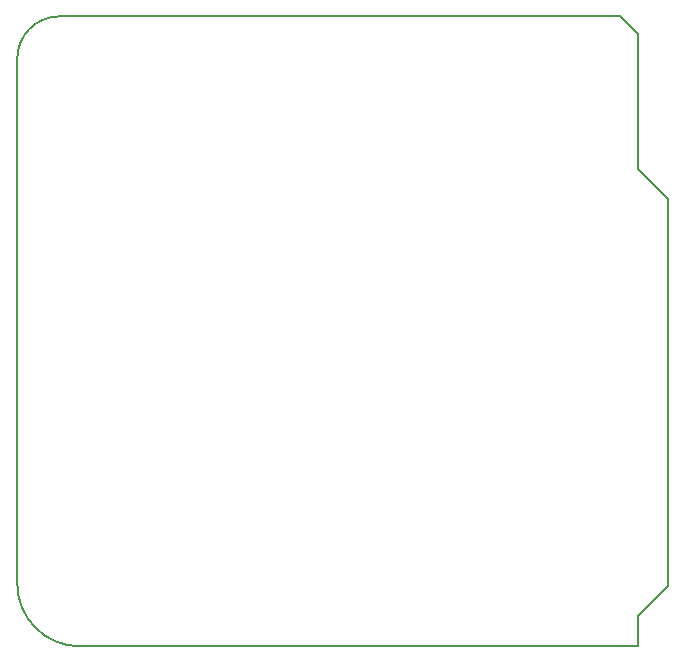
<source format=gbr>
G04 #@! TF.GenerationSoftware,KiCad,Pcbnew,(5.0.0)*
G04 #@! TF.CreationDate,2018-10-08T15:54:37-05:00*
G04 #@! TF.ProjectId,YAPS_Arduino_Shield_AVR,594150535F41726475696E6F5F536869,1.0*
G04 #@! TF.SameCoordinates,Original*
G04 #@! TF.FileFunction,Profile,NP*
%FSLAX46Y46*%
G04 Gerber Fmt 4.6, Leading zero omitted, Abs format (unit mm)*
G04 Created by KiCad (PCBNEW (5.0.0)) date 10/08/18 15:54:37*
%MOMM*%
%LPD*%
G01*
G04 APERTURE LIST*
%ADD10C,0.150000*%
G04 APERTURE END LIST*
D10*
X177038000Y-74549000D02*
X175514000Y-73025000D01*
X177038000Y-85979000D02*
X177038000Y-74549000D01*
X179578000Y-88519000D02*
X177038000Y-85979000D01*
X179578000Y-121285000D02*
X179578000Y-88519000D01*
X177038000Y-123825000D02*
X179578000Y-121285000D01*
X177038000Y-126365000D02*
X177038000Y-123825000D01*
X129780580Y-126365000D02*
X177038000Y-126365000D01*
X175514000Y-73025000D02*
X128060904Y-73025000D01*
X124463920Y-76621984D02*
X124463920Y-121048340D01*
X124463920Y-76621984D02*
G75*
G02X128060904Y-73025000I3596984J0D01*
G01*
X129780580Y-126365000D02*
G75*
G02X124463920Y-121048340I0J5316660D01*
G01*
M02*

</source>
